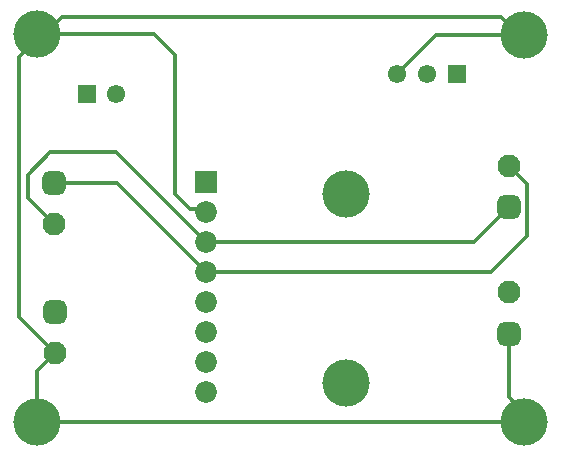
<source format=gbl>
G04*
G04 #@! TF.GenerationSoftware,Altium Limited,Altium Designer,23.10.1 (27)*
G04*
G04 Layer_Physical_Order=2*
G04 Layer_Color=16711680*
%FSLAX44Y44*%
%MOMM*%
G71*
G04*
G04 #@! TF.SameCoordinates,1345ED2D-9207-4A2D-A8D2-642164562389*
G04*
G04*
G04 #@! TF.FilePolarity,Positive*
G04*
G01*
G75*
%ADD17C,1.5500*%
%ADD18R,1.5500X1.5500*%
%ADD19C,1.8400*%
%ADD20R,1.8400X1.8400*%
%ADD23C,0.3200*%
%ADD24C,4.0000*%
G04:AMPARAMS|DCode=25|XSize=1.95mm|YSize=1.95mm|CornerRadius=0.4875mm|HoleSize=0mm|Usage=FLASHONLY|Rotation=90.000|XOffset=0mm|YOffset=0mm|HoleType=Round|Shape=RoundedRectangle|*
%AMROUNDEDRECTD25*
21,1,1.9500,0.9750,0,0,90.0*
21,1,0.9750,1.9500,0,0,90.0*
1,1,0.9750,0.4875,0.4875*
1,1,0.9750,0.4875,-0.4875*
1,1,0.9750,-0.4875,-0.4875*
1,1,0.9750,-0.4875,0.4875*
%
%ADD25ROUNDEDRECTD25*%
%ADD26C,1.9500*%
D17*
X567690Y566420D02*
D03*
X593090D02*
D03*
X330000Y550080D02*
D03*
D18*
X618490Y566420D02*
D03*
X305000Y550080D02*
D03*
D19*
X406400Y297180D02*
D03*
Y322580D02*
D03*
Y347980D02*
D03*
Y373380D02*
D03*
Y398780D02*
D03*
Y424180D02*
D03*
Y449580D02*
D03*
D20*
Y474980D02*
D03*
D23*
X262890Y271780D02*
X675640D01*
X662940Y488950D02*
X678180Y473710D01*
Y429260D02*
Y473710D01*
X647700Y398780D02*
X678180Y429260D01*
X406400Y398780D02*
X647700D01*
X406400Y424180D02*
X633170D01*
X662940Y453950D01*
X270023Y600710D02*
X361950D01*
X262890D02*
X270023D01*
X392400Y452150D02*
X403830D01*
X379730Y464820D02*
X392400Y452150D01*
X403830D02*
X406400Y449580D01*
X379730Y464820D02*
Y582930D01*
X361950Y600710D02*
X379730Y582930D01*
X675640Y271780D02*
Y279832D01*
X662130Y293342D02*
X675640Y279832D01*
X662130Y293342D02*
Y346990D01*
X671048Y599440D02*
X675640D01*
X600710D02*
X671048D01*
X567690Y566420D02*
X600710Y599440D01*
X655807Y614680D02*
X671048Y599440D01*
X283993Y614680D02*
X655807D01*
X270023Y600710D02*
X283993Y614680D01*
X247650Y360680D02*
Y580877D01*
X262890Y596118D02*
Y600710D01*
X247650Y580877D02*
X262890Y596118D01*
X247650Y360680D02*
X278130Y330200D01*
X255270Y462100D02*
Y481330D01*
X274320Y500380D01*
X255270Y462100D02*
X277670Y439700D01*
X330480Y474700D02*
X406400Y398780D01*
X277670Y474700D02*
X330480D01*
X262890Y271780D02*
Y314960D01*
X278130Y330200D01*
X274320Y500380D02*
X330200D01*
X406400Y424180D01*
D24*
X524510Y304800D02*
D03*
Y464820D02*
D03*
X675640Y271780D02*
D03*
Y599440D02*
D03*
X262890Y271780D02*
D03*
Y600710D02*
D03*
D25*
X662940Y453950D02*
D03*
X277670Y474700D02*
D03*
X662130Y346990D02*
D03*
X278130Y365200D02*
D03*
D26*
X662940Y488950D02*
D03*
X277670Y439700D02*
D03*
X662130Y381990D02*
D03*
X278130Y330200D02*
D03*
M02*

</source>
